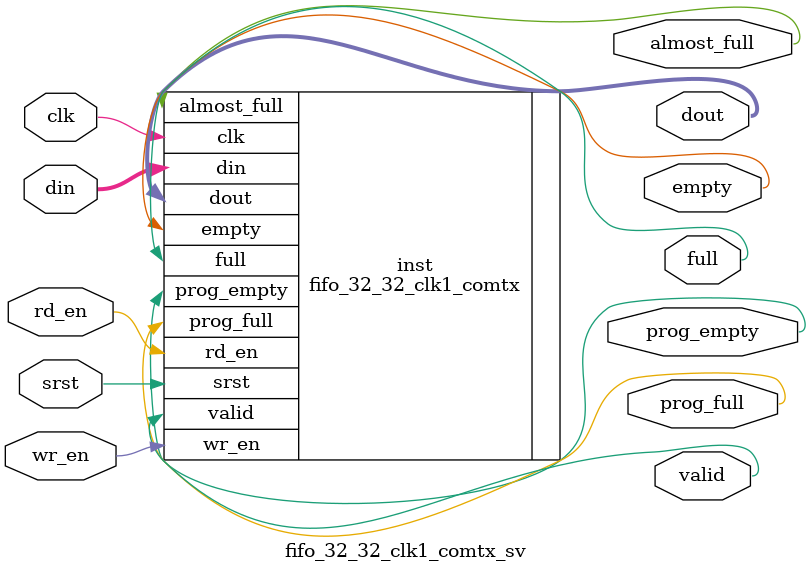
<source format=sv>


`timescale 1ps / 1ps

`include "vivado_interfaces.svh"

module fifo_32_32_clk1_comtx_sv (
  (* X_INTERFACE_IGNORE = "true" *)
  input wire clk,
  (* X_INTERFACE_IGNORE = "true" *)
  input wire srst,
  (* X_INTERFACE_IGNORE = "true" *)
  input wire [31:0] din,
  (* X_INTERFACE_IGNORE = "true" *)
  input wire wr_en,
  (* X_INTERFACE_IGNORE = "true" *)
  input wire rd_en,
  (* X_INTERFACE_IGNORE = "true" *)
  output wire [31:0] dout,
  (* X_INTERFACE_IGNORE = "true" *)
  output wire full,
  (* X_INTERFACE_IGNORE = "true" *)
  output wire almost_full,
  (* X_INTERFACE_IGNORE = "true" *)
  output wire empty,
  (* X_INTERFACE_IGNORE = "true" *)
  output wire valid,
  (* X_INTERFACE_IGNORE = "true" *)
  output wire prog_full,
  (* X_INTERFACE_IGNORE = "true" *)
  output wire prog_empty
);

  fifo_32_32_clk1_comtx inst (
    .clk(clk),
    .srst(srst),
    .din(din),
    .wr_en(wr_en),
    .rd_en(rd_en),
    .dout(dout),
    .full(full),
    .almost_full(almost_full),
    .empty(empty),
    .valid(valid),
    .prog_full(prog_full),
    .prog_empty(prog_empty)
  );

endmodule

</source>
